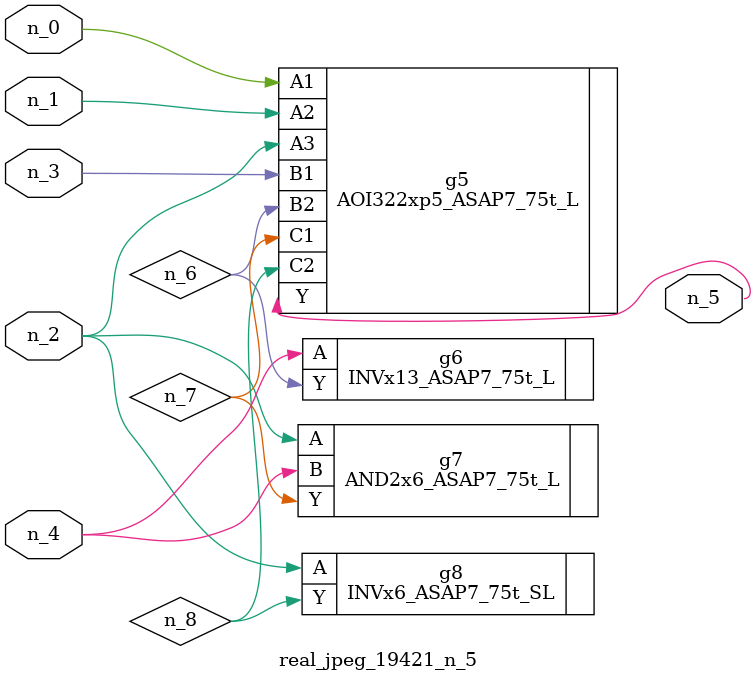
<source format=v>
module real_jpeg_19421_n_5 (n_4, n_0, n_1, n_2, n_3, n_5);

input n_4;
input n_0;
input n_1;
input n_2;
input n_3;

output n_5;

wire n_8;
wire n_6;
wire n_7;

AOI322xp5_ASAP7_75t_L g5 ( 
.A1(n_0),
.A2(n_1),
.A3(n_2),
.B1(n_3),
.B2(n_6),
.C1(n_7),
.C2(n_8),
.Y(n_5)
);

AND2x6_ASAP7_75t_L g7 ( 
.A(n_2),
.B(n_4),
.Y(n_7)
);

INVx6_ASAP7_75t_SL g8 ( 
.A(n_2),
.Y(n_8)
);

INVx13_ASAP7_75t_L g6 ( 
.A(n_4),
.Y(n_6)
);


endmodule
</source>
